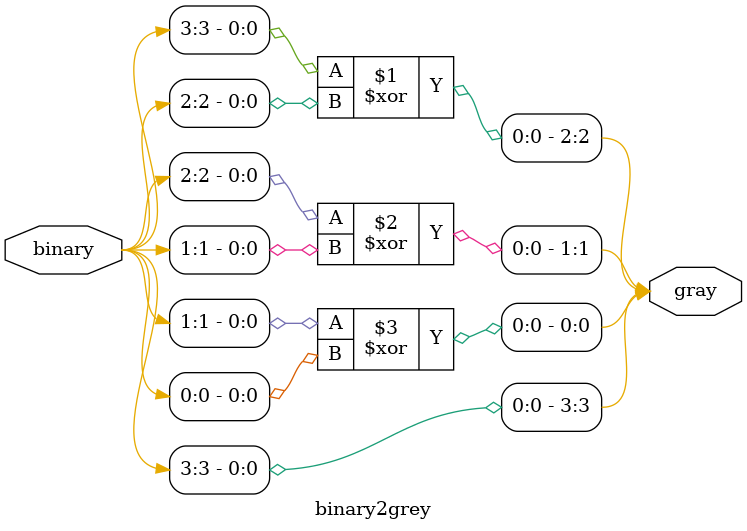
<source format=v>
module binary2grey (
    input wire [3:0] binary, 
    output wire [3:0] gray
);

assign gray[3] = binary[3];
assign gray[2] = binary[3] ^ binary[2];
assign gray[1] = binary[2] ^ binary[1];
assign gray[0] = binary[1] ^ binary[0];

endmodule

</source>
